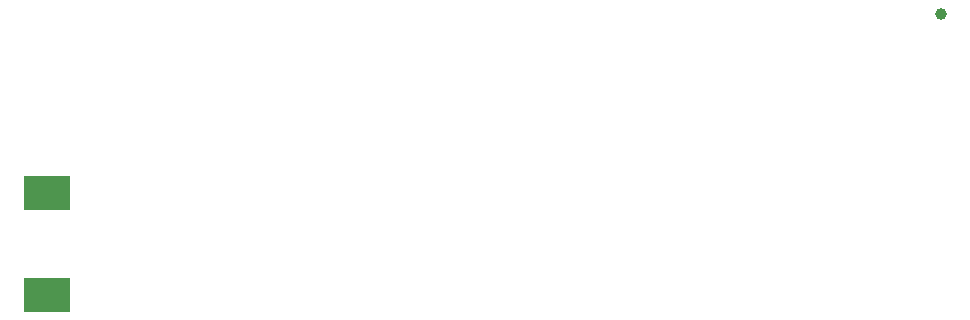
<source format=gts>
G04 (created by PCBNEW (2013-07-07 BZR 4022)-stable) date 20/03/2014 12:22:34*
%MOIN*%
G04 Gerber Fmt 3.4, Leading zero omitted, Abs format*
%FSLAX34Y34*%
G01*
G70*
G90*
G04 APERTURE LIST*
%ADD10C,0.00590551*%
%ADD11C,0.00393701*%
%ADD12C,0.0393701*%
%ADD13R,0.15748X0.11811*%
G04 APERTURE END LIST*
G54D10*
G54D11*
X66240Y-58326D03*
X81988Y-58326D03*
G54D12*
X88582Y-51968D03*
G54D11*
X74114Y-51830D03*
X68484Y-61594D03*
X79822Y-61397D03*
G54D13*
X58759Y-61338D03*
X58759Y-57952D03*
M02*

</source>
